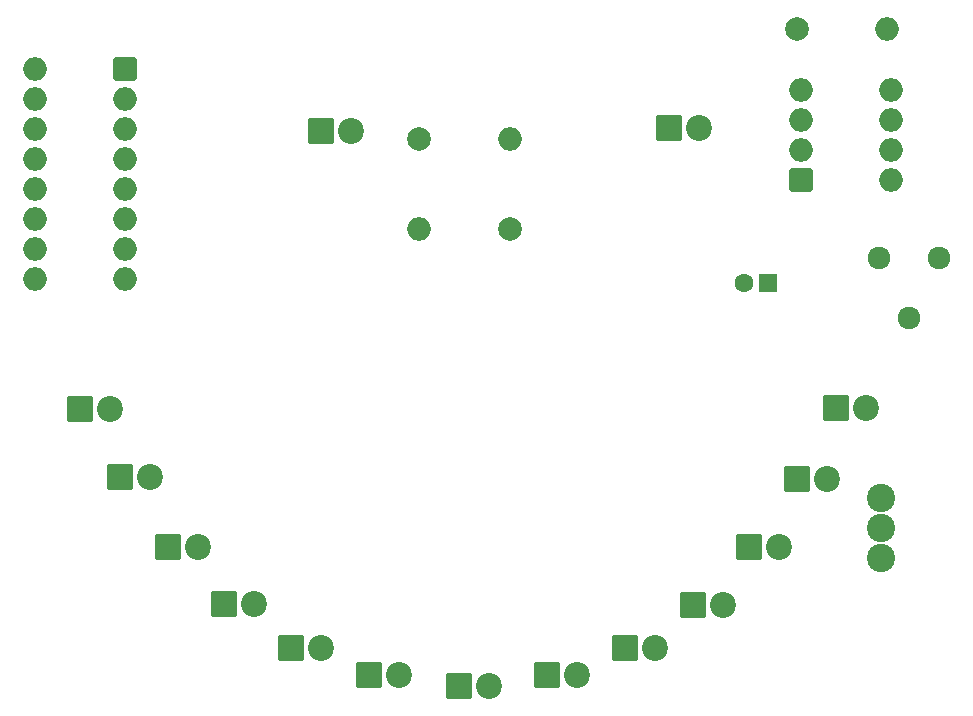
<source format=gbr>
%TF.GenerationSoftware,KiCad,Pcbnew,8.0.1*%
%TF.CreationDate,2024-04-04T11:08:31+02:00*%
%TF.ProjectId,Smiley,536d696c-6579-42e6-9b69-6361645f7063,rev?*%
%TF.SameCoordinates,Original*%
%TF.FileFunction,Soldermask,Top*%
%TF.FilePolarity,Negative*%
%FSLAX46Y46*%
G04 Gerber Fmt 4.6, Leading zero omitted, Abs format (unit mm)*
G04 Created by KiCad (PCBNEW 8.0.1) date 2024-04-04 11:08:31*
%MOMM*%
%LPD*%
G01*
G04 APERTURE LIST*
G04 Aperture macros list*
%AMRoundRect*
0 Rectangle with rounded corners*
0 $1 Rounding radius*
0 $2 $3 $4 $5 $6 $7 $8 $9 X,Y pos of 4 corners*
0 Add a 4 corners polygon primitive as box body*
4,1,4,$2,$3,$4,$5,$6,$7,$8,$9,$2,$3,0*
0 Add four circle primitives for the rounded corners*
1,1,$1+$1,$2,$3*
1,1,$1+$1,$4,$5*
1,1,$1+$1,$6,$7*
1,1,$1+$1,$8,$9*
0 Add four rect primitives between the rounded corners*
20,1,$1+$1,$2,$3,$4,$5,0*
20,1,$1+$1,$4,$5,$6,$7,0*
20,1,$1+$1,$6,$7,$8,$9,0*
20,1,$1+$1,$8,$9,$2,$3,0*%
G04 Aperture macros list end*
%ADD10RoundRect,0.200000X-0.900000X-0.900000X0.900000X-0.900000X0.900000X0.900000X-0.900000X0.900000X0*%
%ADD11C,2.200000*%
%ADD12RoundRect,0.200000X0.600000X0.600000X-0.600000X0.600000X-0.600000X-0.600000X0.600000X-0.600000X0*%
%ADD13C,1.600000*%
%ADD14C,2.000000*%
%ADD15O,2.000000X2.000000*%
%ADD16C,2.400000*%
%ADD17RoundRect,0.200000X-0.800000X-0.800000X0.800000X-0.800000X0.800000X0.800000X-0.800000X0.800000X0*%
%ADD18RoundRect,0.200000X0.800000X0.800000X-0.800000X0.800000X-0.800000X-0.800000X0.800000X-0.800000X0*%
%ADD19C,1.924000*%
G04 APERTURE END LIST*
D10*
%TO.C,D1*%
X156858600Y-122139100D03*
D11*
X159398600Y-122139100D03*
%TD*%
D10*
%TO.C,D2*%
X164348600Y-121189100D03*
D11*
X166888600Y-121189100D03*
%TD*%
D10*
%TO.C,D3*%
X170938600Y-118929100D03*
D11*
X173478600Y-118929100D03*
%TD*%
D10*
%TO.C,D4*%
X176668600Y-115279100D03*
D11*
X179208600Y-115279100D03*
%TD*%
D10*
%TO.C,D5*%
X181448600Y-110399100D03*
D11*
X183988600Y-110399100D03*
%TD*%
D10*
%TO.C,D6*%
X185476600Y-104592100D03*
D11*
X188016600Y-104592100D03*
%TD*%
D10*
%TO.C,D7*%
X188758600Y-98623100D03*
D11*
X191298600Y-98623100D03*
%TD*%
D10*
%TO.C,D8*%
X174681600Y-74874100D03*
D11*
X177221600Y-74874100D03*
%TD*%
D10*
%TO.C,D22*%
X149278600Y-121189100D03*
D11*
X151818600Y-121189100D03*
%TD*%
D10*
%TO.C,D33*%
X142638600Y-118889100D03*
D11*
X145178600Y-118889100D03*
%TD*%
D10*
%TO.C,D44*%
X136948600Y-115229100D03*
D11*
X139488600Y-115229100D03*
%TD*%
D10*
%TO.C,D55*%
X132258600Y-110399100D03*
D11*
X134798600Y-110399100D03*
%TD*%
D10*
%TO.C,D66*%
X128198600Y-104489100D03*
D11*
X130738600Y-104489100D03*
%TD*%
D10*
%TO.C,D77*%
X124808600Y-98669100D03*
D11*
X127348600Y-98669100D03*
%TD*%
D10*
%TO.C,D88*%
X145148600Y-75139100D03*
D11*
X147688600Y-75139100D03*
%TD*%
D12*
%TO.C,C1*%
X183000000Y-88000000D03*
D13*
X181000000Y-88000000D03*
%TD*%
D14*
%TO.C,R1*%
X185500000Y-66500000D03*
D15*
X193120000Y-66500000D03*
%TD*%
D14*
%TO.C,Ra*%
X153508600Y-75859100D03*
D15*
X153508600Y-83479100D03*
%TD*%
D14*
%TO.C,Rm*%
X161219600Y-83446600D03*
D15*
X161219600Y-75826600D03*
%TD*%
D16*
%TO.C,S1*%
X192588600Y-111299100D03*
X192588600Y-108759100D03*
X192588600Y-106219100D03*
%TD*%
D17*
%TO.C,NE555*%
X185813700Y-79298800D03*
D15*
X185813700Y-76758800D03*
X185813700Y-74218800D03*
X185813700Y-71678800D03*
X193433700Y-71678800D03*
X193433700Y-74218800D03*
X193433700Y-76758800D03*
X193433700Y-79298800D03*
%TD*%
D18*
%TO.C,CD4017*%
X128580600Y-69921100D03*
D15*
X128580600Y-72461100D03*
X128580600Y-75001100D03*
X128580600Y-77541100D03*
X128580600Y-80081100D03*
X128580600Y-82621100D03*
X128580600Y-85161100D03*
X128580600Y-87701100D03*
X120960600Y-87701100D03*
X120960600Y-85161100D03*
X120960600Y-82621100D03*
X120960600Y-80081100D03*
X120960600Y-77541100D03*
X120960600Y-75001100D03*
X120960600Y-72461100D03*
X120960600Y-69921100D03*
%TD*%
D19*
%TO.C,REF\u002A\u002A*%
X197497700Y-85864700D03*
X192417700Y-85864700D03*
X194957700Y-90944700D03*
%TD*%
M02*

</source>
